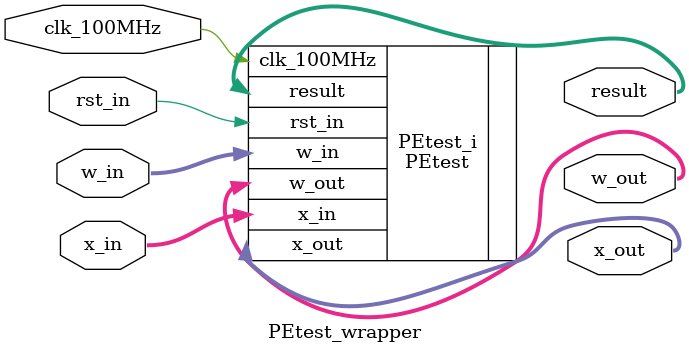
<source format=v>
`timescale 1 ps / 1 ps

module PEtest_wrapper
   (clk_100MHz,
    result,
    rst_in,
    w_in,
    w_out,
    x_in,
    x_out);
  input clk_100MHz;
  output [31:0]result;
  input rst_in;
  input [31:0]w_in;
  output [31:0]w_out;
  input [31:0]x_in;
  output [31:0]x_out;

  wire clk_100MHz;
  wire [31:0]result;
  wire rst_in;
  wire [31:0]w_in;
  wire [31:0]w_out;
  wire [31:0]x_in;
  wire [31:0]x_out;

  PEtest PEtest_i
       (.clk_100MHz(clk_100MHz),
        .result(result),
        .rst_in(rst_in),
        .w_in(w_in),
        .w_out(w_out),
        .x_in(x_in),
        .x_out(x_out));
endmodule

</source>
